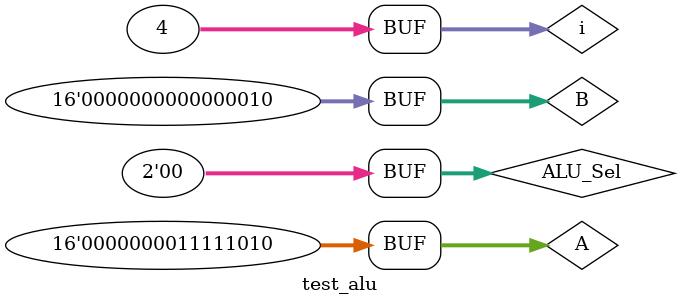
<source format=sv>
`timescale 1ns / 1ps

module test_alu;
//Inputs
reg[15:0] A,B;
reg[1:0] ALU_Sel;

//Outputs
wire[15:0] ALU_Out;
// Verilog code for ALU
integer i;
alu u0(
            A,B,  // ALU 16-bit Inputs
            ALU_Sel,// ALU Selection
            ALU_Out // ALU 16-bit Output
     );
    initial begin
    $dumpfile("dump.vcd");
    $dumpvars;
    A = 'hFA;
    B = 'h02;
    ALU_Sel = 2'h0;
      
      for (i=0;i<4;i=i+1)
      begin
       ALU_Sel = ALU_Sel + 2'h1;
       #10;
      end;
    end
endmodule

</source>
